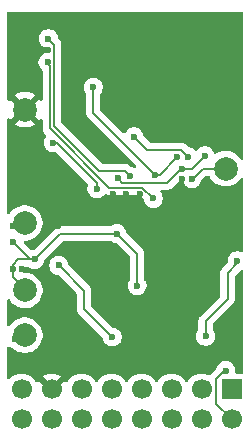
<source format=gbr>
%TF.GenerationSoftware,KiCad,Pcbnew,9.0.2+1*%
%TF.CreationDate,2025-07-26T13:33:14+01:00*%
%TF.ProjectId,ORGNET,4f52474e-4554-42e6-9b69-6361645f7063,1*%
%TF.SameCoordinates,Original*%
%TF.FileFunction,Copper,L2,Bot*%
%TF.FilePolarity,Positive*%
%FSLAX46Y46*%
G04 Gerber Fmt 4.6, Leading zero omitted, Abs format (unit mm)*
G04 Created by KiCad (PCBNEW 9.0.2+1) date 2025-07-26 13:33:14*
%MOMM*%
%LPD*%
G01*
G04 APERTURE LIST*
%TA.AperFunction,ComponentPad*%
%ADD10R,1.700000X1.700000*%
%TD*%
%TA.AperFunction,ComponentPad*%
%ADD11C,1.700000*%
%TD*%
%TA.AperFunction,SMDPad,CuDef*%
%ADD12C,2.000000*%
%TD*%
%TA.AperFunction,ViaPad*%
%ADD13C,0.600000*%
%TD*%
%TA.AperFunction,Conductor*%
%ADD14C,0.200000*%
%TD*%
G04 APERTURE END LIST*
D10*
%TO.P,J1,1,Pin_1*%
%TO.N,SD1*%
X161540000Y-111200000D03*
D11*
%TO.P,J1,2,Pin_2*%
%TO.N,SD0*%
X161540000Y-113740000D03*
%TO.P,J1,3,Pin_3*%
%TO.N,SD3*%
X159000000Y-111200000D03*
%TO.P,J1,4,Pin_4*%
%TO.N,SD2*%
X159000000Y-113740000D03*
%TO.P,J1,5,Pin_5*%
%TO.N,SD5*%
X156460000Y-111200000D03*
%TO.P,J1,6,Pin_6*%
%TO.N,SD4*%
X156460000Y-113740000D03*
%TO.P,J1,7,Pin_7*%
%TO.N,SD7*%
X153920000Y-111200000D03*
%TO.P,J1,8,Pin_8*%
%TO.N,SD6*%
X153920000Y-113740000D03*
%TO.P,J1,9,Pin_9*%
%TO.N,SMR*%
X151380000Y-111200000D03*
%TO.P,J1,10,Pin_10*%
%TO.N,SCLK*%
X151380000Y-113740000D03*
%TO.P,J1,11,Pin_11*%
%TO.N,~{SOE}*%
X148840000Y-111200000D03*
%TO.P,J1,12,Pin_12*%
%TO.N,~{SS}*%
X148840000Y-113740000D03*
%TO.P,J1,13,Pin_13*%
%TO.N,GND*%
X146300000Y-111200000D03*
%TO.P,J1,14,Pin_14*%
%TO.N,~{SPGM}*%
X146300000Y-113740000D03*
%TO.P,J1,15,Pin_15*%
%TO.N,SVCC*%
X143760000Y-111200000D03*
%TO.P,J1,16,Pin_16*%
%TO.N,unconnected-(J1-Pin_16-Pad16)*%
X143760000Y-113740000D03*
%TD*%
D12*
%TO.P,TP4,1,1*%
%TO.N,Net-(U4-RUN)*%
X161040000Y-92500000D03*
%TD*%
%TO.P,TP2,1,1*%
%TO.N,+3V3*%
X144040000Y-102800000D03*
%TD*%
%TO.P,TP1,1,1*%
%TO.N,GND*%
X144040000Y-87500000D03*
%TD*%
%TO.P,TP5,1,1*%
%TO.N,Net-(U4-~{QSPI_CS})*%
X144040000Y-97100000D03*
%TD*%
%TO.P,TP3,1,1*%
%TO.N,SVCC*%
X144040000Y-106600000D03*
%TD*%
D13*
%TO.N,+3V3*%
X144857578Y-100189661D03*
X150140000Y-94212226D03*
X143000000Y-101000000D03*
X146440000Y-90303000D03*
X159290000Y-91400000D03*
X143000000Y-98700000D03*
X151900000Y-93329998D03*
X153540000Y-102400000D03*
X157340000Y-92525000D03*
X151840000Y-98000000D03*
%TO.N,SVCC*%
X143165000Y-106900000D03*
%TO.N,GND*%
X158191000Y-94425000D03*
X148040000Y-79500000D03*
X146390000Y-102400000D03*
X146390000Y-108125000D03*
X146871250Y-97330000D03*
X143815000Y-101000000D03*
X143200000Y-108900000D03*
X157340000Y-93340000D03*
X151475000Y-96625000D03*
X155040000Y-102400000D03*
X143990000Y-104700000D03*
X151475000Y-95525000D03*
X145990000Y-82500000D03*
X153750000Y-94650000D03*
X161540000Y-79500000D03*
X161540000Y-96900000D03*
X143292500Y-90200000D03*
X152610000Y-94655000D03*
X159300000Y-98500000D03*
X147150000Y-99500000D03*
X154790000Y-89800000D03*
X159840000Y-94700000D03*
X153750000Y-96625000D03*
X152610000Y-96630000D03*
X151475000Y-94650000D03*
X153750000Y-95525000D03*
X155040000Y-108125000D03*
X148040000Y-84000000D03*
X148040000Y-88500000D03*
X161540000Y-88500000D03*
X152610000Y-95530000D03*
%TO.N,Net-(U4-~{QSPI_CS})*%
X143061250Y-97330000D03*
%TO.N,RM_DATA*%
X155040000Y-93000000D03*
X149840000Y-85600000D03*
X156940000Y-91500000D03*
%TO.N,Net-(U6-nIRQ)*%
X153290000Y-89800000D03*
X157840000Y-91500000D03*
%TO.N,SD0*%
X161040000Y-109600000D03*
%TO.N,~{OE}*%
X162040000Y-100300000D03*
X146915000Y-100700000D03*
X151440000Y-106759200D03*
X159340000Y-106700000D03*
%TO.N,Net-(U4-RUN)*%
X158191000Y-93340000D03*
%TO.N,DBG_SWCLK*%
X145990000Y-83500000D03*
X154915735Y-95024265D03*
%TO.N,DBG_SWDIO*%
X152943910Y-93156090D03*
X146040000Y-81500000D03*
%TD*%
D14*
%TO.N,+3V3*%
X156082967Y-93707090D02*
X157265057Y-92525000D01*
X152277092Y-93707090D02*
X156082967Y-93707090D01*
X143720000Y-99420000D02*
X143000000Y-98700000D01*
X153540000Y-102400000D02*
X153540000Y-99700000D01*
X153540000Y-99700000D02*
X151840000Y-98000000D01*
X147047239Y-98000000D02*
X151840000Y-98000000D01*
X143000000Y-101660000D02*
X143940000Y-102600000D01*
X143430339Y-100189661D02*
X144489661Y-100189661D01*
X144857578Y-100189661D02*
X144489661Y-100189661D01*
X144857578Y-100189661D02*
X147047239Y-98000000D01*
X143940000Y-102600000D02*
X143940000Y-102800000D01*
X158190000Y-92500000D02*
X159290000Y-91400000D01*
X151900000Y-93329998D02*
X152277092Y-93707090D01*
X157340000Y-92525000D02*
X157365000Y-92500000D01*
X150140000Y-94212226D02*
X150140000Y-93700000D01*
X146743000Y-90303000D02*
X146440000Y-90303000D01*
X143000000Y-100620000D02*
X143430339Y-100189661D01*
X144489661Y-100189661D02*
X143720000Y-99420000D01*
X157265057Y-92525000D02*
X157340000Y-92525000D01*
X143000000Y-101000000D02*
X143000000Y-101660000D01*
X150140000Y-93700000D02*
X146743000Y-90303000D01*
X157365000Y-92500000D02*
X158190000Y-92500000D01*
X143000000Y-101000000D02*
X143000000Y-100620000D01*
%TO.N,RM_DATA*%
X149840000Y-87800000D02*
X155040000Y-93000000D01*
X155440000Y-93000000D02*
X156940000Y-91500000D01*
X155040000Y-93000000D02*
X155440000Y-93000000D01*
X149840000Y-85600000D02*
X149840000Y-87800000D01*
%TO.N,Net-(U6-nIRQ)*%
X157240000Y-90900000D02*
X154390000Y-90900000D01*
X157840000Y-91500000D02*
X157240000Y-90900000D01*
X154390000Y-90900000D02*
X153290000Y-89800000D01*
%TO.N,SD0*%
X160240000Y-112440000D02*
X161540000Y-113740000D01*
X160940000Y-109600000D02*
X160240000Y-110300000D01*
X161040000Y-109600000D02*
X160940000Y-109600000D01*
X160240000Y-110300000D02*
X160240000Y-112440000D01*
%TO.N,~{OE}*%
X151413170Y-106759200D02*
X149040000Y-104386030D01*
X159341000Y-105399000D02*
X161197500Y-103542500D01*
X159340000Y-106700000D02*
X159341000Y-106699000D01*
X161197500Y-101342500D02*
X162040000Y-100500000D01*
X162040000Y-100500000D02*
X162040000Y-100300000D01*
X149040000Y-102825000D02*
X146915000Y-100700000D01*
X159341000Y-106699000D02*
X159341000Y-105399000D01*
X151440000Y-106759200D02*
X151413170Y-106759200D01*
X161197500Y-103542500D02*
X161197500Y-101342500D01*
X149040000Y-104386030D02*
X149040000Y-102825000D01*
%TO.N,Net-(U4-RUN)*%
X158240000Y-93340000D02*
X159080000Y-92500000D01*
X159080000Y-92500000D02*
X161040000Y-92500000D01*
X158191000Y-93340000D02*
X158240000Y-93340000D01*
%TO.N,DBG_SWCLK*%
X151140000Y-94100000D02*
X153991470Y-94100000D01*
X145990000Y-83500000D02*
X145990000Y-83625000D01*
X146139000Y-89099000D02*
X151140000Y-94100000D01*
X145990000Y-83625000D02*
X146139000Y-83774000D01*
X153991470Y-94100000D02*
X154915735Y-95024265D01*
X146139000Y-83774000D02*
X146139000Y-89099000D01*
%TO.N,DBG_SWDIO*%
X146540000Y-82000000D02*
X146540000Y-88900000D01*
X146040000Y-81500000D02*
X146540000Y-82000000D01*
X152500000Y-92700000D02*
X152943910Y-93143910D01*
X152943910Y-93143910D02*
X152943910Y-93156090D01*
X146540000Y-88900000D02*
X150340000Y-92700000D01*
X150340000Y-92700000D02*
X152500000Y-92700000D01*
%TD*%
%TA.AperFunction,Conductor*%
%TO.N,GND*%
G36*
X162482539Y-79219685D02*
G01*
X162528294Y-79272489D01*
X162539500Y-79324000D01*
X162539500Y-91629448D01*
X162519815Y-91696487D01*
X162467011Y-91742242D01*
X162397853Y-91752186D01*
X162334297Y-91723161D01*
X162315182Y-91702334D01*
X162271453Y-91642147D01*
X162184517Y-91522490D01*
X162017510Y-91355483D01*
X161826433Y-91216657D01*
X161751342Y-91178396D01*
X161615996Y-91109433D01*
X161391368Y-91036446D01*
X161158097Y-90999500D01*
X161158092Y-90999500D01*
X160921908Y-90999500D01*
X160921903Y-90999500D01*
X160688631Y-91036446D01*
X160464003Y-91109433D01*
X160253564Y-91216658D01*
X160247795Y-91220850D01*
X160181989Y-91244329D01*
X160113935Y-91228503D01*
X160065241Y-91178396D01*
X160060350Y-91167983D01*
X159999397Y-91020827D01*
X159999390Y-91020814D01*
X159911789Y-90889711D01*
X159911786Y-90889707D01*
X159800292Y-90778213D01*
X159800288Y-90778210D01*
X159669185Y-90690609D01*
X159669172Y-90690602D01*
X159523501Y-90630264D01*
X159523489Y-90630261D01*
X159368845Y-90599500D01*
X159368842Y-90599500D01*
X159211158Y-90599500D01*
X159211155Y-90599500D01*
X159056510Y-90630261D01*
X159056498Y-90630264D01*
X158910827Y-90690602D01*
X158910814Y-90690609D01*
X158779711Y-90778210D01*
X158779707Y-90778213D01*
X158668213Y-90889707D01*
X158668208Y-90889714D01*
X158629417Y-90947767D01*
X158575804Y-90992572D01*
X158506479Y-91001278D01*
X158443452Y-90971122D01*
X158438635Y-90966556D01*
X158350292Y-90878213D01*
X158350288Y-90878210D01*
X158219185Y-90790609D01*
X158219172Y-90790602D01*
X158073501Y-90730264D01*
X158073491Y-90730261D01*
X157918149Y-90699361D01*
X157901392Y-90690595D01*
X157882914Y-90686576D01*
X157857877Y-90667833D01*
X157856238Y-90666976D01*
X157854660Y-90665425D01*
X157727590Y-90538355D01*
X157727588Y-90538352D01*
X157608717Y-90419481D01*
X157608709Y-90419475D01*
X157517938Y-90367069D01*
X157517937Y-90367069D01*
X157471785Y-90340423D01*
X157319057Y-90299499D01*
X157160943Y-90299499D01*
X157153347Y-90299499D01*
X157153331Y-90299500D01*
X154690097Y-90299500D01*
X154623058Y-90279815D01*
X154602416Y-90263181D01*
X154124574Y-89785339D01*
X154091089Y-89724016D01*
X154090638Y-89721849D01*
X154070442Y-89620322D01*
X154059737Y-89566503D01*
X154039292Y-89517144D01*
X153999397Y-89420827D01*
X153999390Y-89420814D01*
X153911789Y-89289711D01*
X153911786Y-89289707D01*
X153800292Y-89178213D01*
X153800288Y-89178210D01*
X153669185Y-89090609D01*
X153669172Y-89090602D01*
X153523501Y-89030264D01*
X153523489Y-89030261D01*
X153368845Y-88999500D01*
X153368842Y-88999500D01*
X153211158Y-88999500D01*
X153211155Y-88999500D01*
X153056510Y-89030261D01*
X153056498Y-89030264D01*
X152910827Y-89090602D01*
X152910814Y-89090609D01*
X152779711Y-89178210D01*
X152779707Y-89178213D01*
X152668213Y-89289707D01*
X152668210Y-89289711D01*
X152580609Y-89420814D01*
X152580603Y-89420826D01*
X152572380Y-89440678D01*
X152528538Y-89495081D01*
X152462243Y-89517144D01*
X152394544Y-89499864D01*
X152370139Y-89480904D01*
X150476819Y-87587583D01*
X150443334Y-87526260D01*
X150440500Y-87499902D01*
X150440500Y-86179765D01*
X150460185Y-86112726D01*
X150461398Y-86110874D01*
X150549390Y-85979185D01*
X150549390Y-85979184D01*
X150549394Y-85979179D01*
X150609737Y-85833497D01*
X150640500Y-85678842D01*
X150640500Y-85521158D01*
X150640500Y-85521155D01*
X150640499Y-85521153D01*
X150609738Y-85366510D01*
X150609737Y-85366503D01*
X150609735Y-85366498D01*
X150549397Y-85220827D01*
X150549390Y-85220814D01*
X150461789Y-85089711D01*
X150461786Y-85089707D01*
X150350292Y-84978213D01*
X150350288Y-84978210D01*
X150219185Y-84890609D01*
X150219172Y-84890602D01*
X150073501Y-84830264D01*
X150073489Y-84830261D01*
X149918845Y-84799500D01*
X149918842Y-84799500D01*
X149761158Y-84799500D01*
X149761155Y-84799500D01*
X149606510Y-84830261D01*
X149606498Y-84830264D01*
X149460827Y-84890602D01*
X149460814Y-84890609D01*
X149329711Y-84978210D01*
X149329707Y-84978213D01*
X149218213Y-85089707D01*
X149218210Y-85089711D01*
X149130609Y-85220814D01*
X149130602Y-85220827D01*
X149070264Y-85366498D01*
X149070261Y-85366510D01*
X149039500Y-85521153D01*
X149039500Y-85678846D01*
X149070261Y-85833489D01*
X149070264Y-85833501D01*
X149130602Y-85979172D01*
X149130609Y-85979185D01*
X149218602Y-86110874D01*
X149239480Y-86177551D01*
X149239500Y-86179765D01*
X149239500Y-87713330D01*
X149239499Y-87713348D01*
X149239499Y-87879054D01*
X149239498Y-87879054D01*
X149280423Y-88031785D01*
X149309358Y-88081900D01*
X149309359Y-88081904D01*
X149309360Y-88081904D01*
X149359479Y-88168714D01*
X149359481Y-88168717D01*
X149478349Y-88287585D01*
X149478355Y-88287590D01*
X153418952Y-92228187D01*
X153452437Y-92289510D01*
X153447453Y-92359202D01*
X153405581Y-92415135D01*
X153340117Y-92439552D01*
X153283819Y-92430429D01*
X153177411Y-92386354D01*
X153177401Y-92386351D01*
X153037265Y-92358476D01*
X152975354Y-92326091D01*
X152973776Y-92324540D01*
X152868717Y-92219481D01*
X152868716Y-92219480D01*
X152781904Y-92169360D01*
X152781904Y-92169359D01*
X152781900Y-92169358D01*
X152731785Y-92140423D01*
X152579057Y-92099499D01*
X152420943Y-92099499D01*
X152413347Y-92099499D01*
X152413331Y-92099500D01*
X150640098Y-92099500D01*
X150573059Y-92079815D01*
X150552417Y-92063181D01*
X147176819Y-88687583D01*
X147143334Y-88626260D01*
X147140500Y-88599902D01*
X147140500Y-82089060D01*
X147140501Y-82089047D01*
X147140501Y-81920944D01*
X147140501Y-81920943D01*
X147099577Y-81768216D01*
X147099573Y-81768209D01*
X147020524Y-81631290D01*
X147020518Y-81631282D01*
X146874573Y-81485337D01*
X146841088Y-81424014D01*
X146840637Y-81421847D01*
X146809738Y-81266510D01*
X146809737Y-81266503D01*
X146809735Y-81266498D01*
X146749397Y-81120827D01*
X146749390Y-81120814D01*
X146661789Y-80989711D01*
X146661786Y-80989707D01*
X146550292Y-80878213D01*
X146550288Y-80878210D01*
X146419185Y-80790609D01*
X146419172Y-80790602D01*
X146273501Y-80730264D01*
X146273489Y-80730261D01*
X146118845Y-80699500D01*
X146118842Y-80699500D01*
X145961158Y-80699500D01*
X145961155Y-80699500D01*
X145806510Y-80730261D01*
X145806498Y-80730264D01*
X145660827Y-80790602D01*
X145660814Y-80790609D01*
X145529711Y-80878210D01*
X145529707Y-80878213D01*
X145418213Y-80989707D01*
X145418210Y-80989711D01*
X145330609Y-81120814D01*
X145330602Y-81120827D01*
X145270264Y-81266498D01*
X145270261Y-81266510D01*
X145239500Y-81421153D01*
X145239500Y-81578846D01*
X145270261Y-81733489D01*
X145270264Y-81733501D01*
X145330602Y-81879172D01*
X145330609Y-81879185D01*
X145418210Y-82010288D01*
X145418213Y-82010292D01*
X145529707Y-82121786D01*
X145529711Y-82121789D01*
X145660814Y-82209390D01*
X145660827Y-82209397D01*
X145748230Y-82245599D01*
X145806503Y-82269737D01*
X145839691Y-82276338D01*
X145867820Y-82291051D01*
X145896703Y-82304242D01*
X145898559Y-82307130D01*
X145901600Y-82308721D01*
X145917309Y-82336306D01*
X145934477Y-82363020D01*
X145935137Y-82367611D01*
X145936176Y-82369436D01*
X145939500Y-82397955D01*
X145939500Y-82592098D01*
X145919815Y-82659137D01*
X145867011Y-82704892D01*
X145839692Y-82713715D01*
X145756508Y-82730261D01*
X145756498Y-82730264D01*
X145610827Y-82790602D01*
X145610814Y-82790609D01*
X145479711Y-82878210D01*
X145479707Y-82878213D01*
X145368213Y-82989707D01*
X145368210Y-82989711D01*
X145280609Y-83120814D01*
X145280602Y-83120827D01*
X145220264Y-83266498D01*
X145220261Y-83266510D01*
X145189500Y-83421153D01*
X145189500Y-83578846D01*
X145220261Y-83733489D01*
X145220264Y-83733501D01*
X145280602Y-83879172D01*
X145280609Y-83879185D01*
X145368210Y-84010288D01*
X145368213Y-84010292D01*
X145479708Y-84121787D01*
X145479711Y-84121789D01*
X145483386Y-84124245D01*
X145528194Y-84177854D01*
X145538500Y-84227349D01*
X145538500Y-86628923D01*
X145518815Y-86695962D01*
X145466011Y-86741717D01*
X145396853Y-86751661D01*
X145333297Y-86722636D01*
X145314182Y-86701809D01*
X145262658Y-86630894D01*
X145262658Y-86630893D01*
X144393554Y-87499999D01*
X144393554Y-87500001D01*
X145262658Y-88369105D01*
X145262659Y-88369104D01*
X145314182Y-88298190D01*
X145369512Y-88255524D01*
X145439125Y-88249545D01*
X145500920Y-88282151D01*
X145535277Y-88342989D01*
X145538500Y-88371075D01*
X145538500Y-89012330D01*
X145538499Y-89012348D01*
X145538499Y-89178054D01*
X145538498Y-89178054D01*
X145538499Y-89178057D01*
X145579423Y-89330785D01*
X145608138Y-89380520D01*
X145631409Y-89420827D01*
X145658479Y-89467714D01*
X145658481Y-89467717D01*
X145777349Y-89586585D01*
X145777355Y-89586590D01*
X145813235Y-89622470D01*
X145846720Y-89683793D01*
X145841736Y-89753485D01*
X145821408Y-89788815D01*
X145818210Y-89792711D01*
X145730609Y-89923814D01*
X145730602Y-89923827D01*
X145670264Y-90069498D01*
X145670261Y-90069510D01*
X145639500Y-90224153D01*
X145639500Y-90381846D01*
X145670261Y-90536489D01*
X145670264Y-90536501D01*
X145730602Y-90682172D01*
X145730609Y-90682185D01*
X145818210Y-90813288D01*
X145818213Y-90813292D01*
X145929707Y-90924786D01*
X145929711Y-90924789D01*
X146060814Y-91012390D01*
X146060827Y-91012397D01*
X146206498Y-91072735D01*
X146206503Y-91072737D01*
X146361153Y-91103499D01*
X146361156Y-91103500D01*
X146361158Y-91103500D01*
X146518842Y-91103500D01*
X146600155Y-91087325D01*
X146669743Y-91093551D01*
X146712026Y-91121261D01*
X149370029Y-93779264D01*
X149403514Y-93840587D01*
X149398530Y-93910279D01*
X149396910Y-93914396D01*
X149370262Y-93978732D01*
X149370260Y-93978737D01*
X149339500Y-94133379D01*
X149339500Y-94291072D01*
X149370261Y-94445715D01*
X149370264Y-94445727D01*
X149430602Y-94591398D01*
X149430609Y-94591411D01*
X149518210Y-94722514D01*
X149518213Y-94722518D01*
X149629707Y-94834012D01*
X149629711Y-94834015D01*
X149760814Y-94921616D01*
X149760827Y-94921623D01*
X149906498Y-94981961D01*
X149906503Y-94981963D01*
X150061153Y-95012725D01*
X150061156Y-95012726D01*
X150061158Y-95012726D01*
X150218844Y-95012726D01*
X150218845Y-95012725D01*
X150373497Y-94981963D01*
X150519179Y-94921620D01*
X150650289Y-94834015D01*
X150761789Y-94722515D01*
X150770324Y-94709741D01*
X150823933Y-94664936D01*
X150893257Y-94656226D01*
X150905521Y-94658855D01*
X150908214Y-94659576D01*
X150908215Y-94659577D01*
X151060943Y-94700501D01*
X151060946Y-94700501D01*
X151226653Y-94700501D01*
X151226669Y-94700500D01*
X153691373Y-94700500D01*
X153758412Y-94720185D01*
X153779054Y-94736819D01*
X154081160Y-95038925D01*
X154114645Y-95100248D01*
X154115096Y-95102414D01*
X154145996Y-95257756D01*
X154145999Y-95257766D01*
X154206337Y-95403437D01*
X154206344Y-95403450D01*
X154293945Y-95534553D01*
X154293948Y-95534557D01*
X154405442Y-95646051D01*
X154405446Y-95646054D01*
X154536549Y-95733655D01*
X154536562Y-95733662D01*
X154682233Y-95794000D01*
X154682238Y-95794002D01*
X154796132Y-95816657D01*
X154836888Y-95824764D01*
X154836891Y-95824765D01*
X154836893Y-95824765D01*
X154994579Y-95824765D01*
X154994580Y-95824764D01*
X155149232Y-95794002D01*
X155294914Y-95733659D01*
X155426024Y-95646054D01*
X155537524Y-95534554D01*
X155625129Y-95403444D01*
X155685472Y-95257762D01*
X155716235Y-95103107D01*
X155716235Y-94945423D01*
X155716235Y-94945420D01*
X155716234Y-94945418D01*
X155685473Y-94790775D01*
X155685472Y-94790768D01*
X155657201Y-94722515D01*
X155625132Y-94645092D01*
X155625125Y-94645079D01*
X155537524Y-94513976D01*
X155534469Y-94510253D01*
X155507157Y-94445942D01*
X155518950Y-94377075D01*
X155566104Y-94325516D01*
X155630324Y-94307590D01*
X155996298Y-94307590D01*
X155996314Y-94307591D01*
X156003910Y-94307591D01*
X156162021Y-94307591D01*
X156162024Y-94307591D01*
X156314752Y-94266667D01*
X156389060Y-94223765D01*
X156451683Y-94187610D01*
X156563487Y-94075806D01*
X156563487Y-94075804D01*
X156573691Y-94065601D01*
X156573694Y-94065596D01*
X157198248Y-93441044D01*
X157259570Y-93407560D01*
X157329262Y-93412544D01*
X157385195Y-93454416D01*
X157407545Y-93504535D01*
X157421261Y-93573489D01*
X157421264Y-93573501D01*
X157481602Y-93719172D01*
X157481609Y-93719185D01*
X157569210Y-93850288D01*
X157569213Y-93850292D01*
X157680707Y-93961786D01*
X157680711Y-93961789D01*
X157811814Y-94049390D01*
X157811827Y-94049397D01*
X157957498Y-94109735D01*
X157957503Y-94109737D01*
X158076359Y-94133379D01*
X158112153Y-94140499D01*
X158112156Y-94140500D01*
X158112158Y-94140500D01*
X158269844Y-94140500D01*
X158269845Y-94140499D01*
X158424497Y-94109737D01*
X158570179Y-94049394D01*
X158701289Y-93961789D01*
X158812789Y-93850289D01*
X158900394Y-93719179D01*
X158960737Y-93573497D01*
X158979470Y-93479315D01*
X159011852Y-93417408D01*
X159013289Y-93415944D01*
X159292417Y-93136816D01*
X159319349Y-93122111D01*
X159345162Y-93105523D01*
X159351362Y-93104631D01*
X159353739Y-93103334D01*
X159380097Y-93100500D01*
X159585932Y-93100500D01*
X159652971Y-93120185D01*
X159696416Y-93168203D01*
X159756657Y-93286433D01*
X159895483Y-93477510D01*
X160062490Y-93644517D01*
X160253567Y-93783343D01*
X160352991Y-93834002D01*
X160464003Y-93890566D01*
X160464005Y-93890566D01*
X160464008Y-93890568D01*
X160537343Y-93914396D01*
X160688631Y-93963553D01*
X160921903Y-94000500D01*
X160921908Y-94000500D01*
X161158097Y-94000500D01*
X161391368Y-93963553D01*
X161396806Y-93961786D01*
X161615992Y-93890568D01*
X161826433Y-93783343D01*
X162017510Y-93644517D01*
X162184517Y-93477510D01*
X162315183Y-93297664D01*
X162370512Y-93255000D01*
X162440126Y-93249021D01*
X162501920Y-93281627D01*
X162536278Y-93342466D01*
X162539500Y-93370551D01*
X162539500Y-99454865D01*
X162519815Y-99521904D01*
X162467011Y-99567659D01*
X162397853Y-99577603D01*
X162368048Y-99569427D01*
X162349398Y-99561702D01*
X162273497Y-99530263D01*
X162273494Y-99530262D01*
X162273491Y-99530261D01*
X162118845Y-99499500D01*
X162118842Y-99499500D01*
X161961158Y-99499500D01*
X161961155Y-99499500D01*
X161806510Y-99530261D01*
X161806498Y-99530264D01*
X161660827Y-99590602D01*
X161660814Y-99590609D01*
X161529711Y-99678210D01*
X161529707Y-99678213D01*
X161418213Y-99789707D01*
X161418210Y-99789711D01*
X161330609Y-99920814D01*
X161330602Y-99920827D01*
X161270264Y-100066498D01*
X161270261Y-100066510D01*
X161239500Y-100221153D01*
X161239500Y-100378842D01*
X161240097Y-100384904D01*
X161237624Y-100385147D01*
X161232328Y-100443907D01*
X161204648Y-100486115D01*
X160831621Y-100859142D01*
X160831613Y-100859150D01*
X160828786Y-100861978D01*
X160828784Y-100861980D01*
X160716980Y-100973784D01*
X160696421Y-101009394D01*
X160690289Y-101020014D01*
X160690288Y-101020016D01*
X160656325Y-101078842D01*
X160637923Y-101110715D01*
X160596999Y-101263443D01*
X160596999Y-101263445D01*
X160596999Y-101431546D01*
X160597000Y-101431559D01*
X160597000Y-103242402D01*
X160577315Y-103309441D01*
X160560681Y-103330083D01*
X158860481Y-105030282D01*
X158860480Y-105030284D01*
X158820519Y-105099500D01*
X158810361Y-105117094D01*
X158810359Y-105117096D01*
X158781425Y-105167209D01*
X158781424Y-105167210D01*
X158765544Y-105226472D01*
X158740499Y-105319943D01*
X158740499Y-105319945D01*
X158740499Y-105488046D01*
X158740500Y-105488059D01*
X158740500Y-106118737D01*
X158720815Y-106185776D01*
X158719602Y-106187628D01*
X158630609Y-106320814D01*
X158630602Y-106320827D01*
X158570264Y-106466498D01*
X158570261Y-106466510D01*
X158539500Y-106621153D01*
X158539500Y-106778846D01*
X158570261Y-106933489D01*
X158570264Y-106933501D01*
X158630602Y-107079172D01*
X158630609Y-107079185D01*
X158718210Y-107210288D01*
X158718213Y-107210292D01*
X158829707Y-107321786D01*
X158829711Y-107321789D01*
X158960814Y-107409390D01*
X158960827Y-107409397D01*
X159103751Y-107468597D01*
X159106503Y-107469737D01*
X159261153Y-107500499D01*
X159261156Y-107500500D01*
X159261158Y-107500500D01*
X159418844Y-107500500D01*
X159418845Y-107500499D01*
X159573497Y-107469737D01*
X159719179Y-107409394D01*
X159850289Y-107321789D01*
X159961789Y-107210289D01*
X160049394Y-107079179D01*
X160109737Y-106933497D01*
X160140500Y-106778842D01*
X160140500Y-106621158D01*
X160140500Y-106621155D01*
X160140499Y-106621153D01*
X160121514Y-106525710D01*
X160109737Y-106466503D01*
X160109735Y-106466498D01*
X160049397Y-106320827D01*
X160049390Y-106320814D01*
X159962398Y-106190621D01*
X159941520Y-106123943D01*
X159941500Y-106121730D01*
X159941500Y-105699096D01*
X159961185Y-105632057D01*
X159977814Y-105611420D01*
X161556006Y-104033227D01*
X161556011Y-104033224D01*
X161566214Y-104023020D01*
X161566216Y-104023020D01*
X161678020Y-103911216D01*
X161757077Y-103774284D01*
X161798000Y-103621557D01*
X161798000Y-101642596D01*
X161817685Y-101575557D01*
X161834315Y-101554919D01*
X162327819Y-101061414D01*
X162389142Y-101027930D01*
X162458834Y-101032914D01*
X162514767Y-101074786D01*
X162539184Y-101140250D01*
X162539500Y-101149096D01*
X162539500Y-109725500D01*
X162519815Y-109792539D01*
X162467011Y-109838294D01*
X162415500Y-109849500D01*
X161957649Y-109849500D01*
X161890610Y-109829815D01*
X161844855Y-109777011D01*
X161834911Y-109707853D01*
X161836031Y-109701310D01*
X161840500Y-109678841D01*
X161840500Y-109521155D01*
X161840499Y-109521153D01*
X161809738Y-109366510D01*
X161809737Y-109366503D01*
X161809735Y-109366498D01*
X161749397Y-109220827D01*
X161749390Y-109220814D01*
X161661789Y-109089711D01*
X161661786Y-109089707D01*
X161550292Y-108978213D01*
X161550288Y-108978210D01*
X161419185Y-108890609D01*
X161419172Y-108890602D01*
X161273501Y-108830264D01*
X161273489Y-108830261D01*
X161118845Y-108799500D01*
X161118842Y-108799500D01*
X160961158Y-108799500D01*
X160961155Y-108799500D01*
X160806510Y-108830261D01*
X160806498Y-108830264D01*
X160660827Y-108890602D01*
X160660814Y-108890609D01*
X160529711Y-108978210D01*
X160529707Y-108978213D01*
X160418213Y-109089707D01*
X160418210Y-109089711D01*
X160330609Y-109220814D01*
X160330602Y-109220827D01*
X160270263Y-109366500D01*
X160270261Y-109366507D01*
X160264192Y-109397019D01*
X160231806Y-109458930D01*
X160230256Y-109460507D01*
X159872636Y-109818127D01*
X159872620Y-109818143D01*
X159871286Y-109819478D01*
X159871284Y-109819480D01*
X159759480Y-109931284D01*
X159748678Y-109949992D01*
X159738825Y-109960475D01*
X159720593Y-109971174D01*
X159705292Y-109985763D01*
X159691063Y-109988504D01*
X159678566Y-109995839D01*
X159657442Y-109994983D01*
X159636684Y-109998983D01*
X159617361Y-109993358D01*
X159608754Y-109993010D01*
X159603498Y-109989323D01*
X159592183Y-109986030D01*
X159518417Y-109948445D01*
X159518414Y-109948444D01*
X159518412Y-109948443D01*
X159316243Y-109882754D01*
X159316241Y-109882753D01*
X159316240Y-109882753D01*
X159154957Y-109857208D01*
X159106287Y-109849500D01*
X158893713Y-109849500D01*
X158845042Y-109857208D01*
X158683760Y-109882753D01*
X158481585Y-109948444D01*
X158292179Y-110044951D01*
X158120213Y-110169890D01*
X157969890Y-110320213D01*
X157844949Y-110492182D01*
X157840484Y-110500946D01*
X157792509Y-110551742D01*
X157724688Y-110568536D01*
X157658553Y-110545998D01*
X157619516Y-110500946D01*
X157615050Y-110492182D01*
X157490109Y-110320213D01*
X157339786Y-110169890D01*
X157167820Y-110044951D01*
X156978414Y-109948444D01*
X156978413Y-109948443D01*
X156978412Y-109948443D01*
X156776243Y-109882754D01*
X156776241Y-109882753D01*
X156776240Y-109882753D01*
X156614957Y-109857208D01*
X156566287Y-109849500D01*
X156353713Y-109849500D01*
X156305042Y-109857208D01*
X156143760Y-109882753D01*
X155941585Y-109948444D01*
X155752179Y-110044951D01*
X155580213Y-110169890D01*
X155429890Y-110320213D01*
X155304949Y-110492182D01*
X155300484Y-110500946D01*
X155252509Y-110551742D01*
X155184688Y-110568536D01*
X155118553Y-110545998D01*
X155079516Y-110500946D01*
X155075050Y-110492182D01*
X154950109Y-110320213D01*
X154799786Y-110169890D01*
X154627820Y-110044951D01*
X154438414Y-109948444D01*
X154438413Y-109948443D01*
X154438412Y-109948443D01*
X154236243Y-109882754D01*
X154236241Y-109882753D01*
X154236240Y-109882753D01*
X154074957Y-109857208D01*
X154026287Y-109849500D01*
X153813713Y-109849500D01*
X153765042Y-109857208D01*
X153603760Y-109882753D01*
X153401585Y-109948444D01*
X153212179Y-110044951D01*
X153040213Y-110169890D01*
X152889890Y-110320213D01*
X152764949Y-110492182D01*
X152760484Y-110500946D01*
X152712509Y-110551742D01*
X152644688Y-110568536D01*
X152578553Y-110545998D01*
X152539516Y-110500946D01*
X152535050Y-110492182D01*
X152410109Y-110320213D01*
X152259786Y-110169890D01*
X152087820Y-110044951D01*
X151898414Y-109948444D01*
X151898413Y-109948443D01*
X151898412Y-109948443D01*
X151696243Y-109882754D01*
X151696241Y-109882753D01*
X151696240Y-109882753D01*
X151534957Y-109857208D01*
X151486287Y-109849500D01*
X151273713Y-109849500D01*
X151225042Y-109857208D01*
X151063760Y-109882753D01*
X150861585Y-109948444D01*
X150672179Y-110044951D01*
X150500213Y-110169890D01*
X150349890Y-110320213D01*
X150224949Y-110492182D01*
X150220484Y-110500946D01*
X150172509Y-110551742D01*
X150104688Y-110568536D01*
X150038553Y-110545998D01*
X149999516Y-110500946D01*
X149995050Y-110492182D01*
X149870109Y-110320213D01*
X149719786Y-110169890D01*
X149547820Y-110044951D01*
X149358414Y-109948444D01*
X149358413Y-109948443D01*
X149358412Y-109948443D01*
X149156243Y-109882754D01*
X149156241Y-109882753D01*
X149156240Y-109882753D01*
X148994957Y-109857208D01*
X148946287Y-109849500D01*
X148733713Y-109849500D01*
X148685042Y-109857208D01*
X148523760Y-109882753D01*
X148321585Y-109948444D01*
X148132179Y-110044951D01*
X147960213Y-110169890D01*
X147809890Y-110320213D01*
X147684949Y-110492182D01*
X147680202Y-110501499D01*
X147632227Y-110552293D01*
X147564405Y-110569087D01*
X147498271Y-110546548D01*
X147459234Y-110501495D01*
X147454626Y-110492452D01*
X147415270Y-110438282D01*
X147415269Y-110438282D01*
X146782962Y-111070589D01*
X146765925Y-111007007D01*
X146700099Y-110892993D01*
X146607007Y-110799901D01*
X146492993Y-110734075D01*
X146429409Y-110717037D01*
X147061716Y-110084728D01*
X147007550Y-110045375D01*
X146818217Y-109948904D01*
X146616129Y-109883242D01*
X146406246Y-109850000D01*
X146193754Y-109850000D01*
X145983872Y-109883242D01*
X145983869Y-109883242D01*
X145781782Y-109948904D01*
X145592439Y-110045380D01*
X145538282Y-110084727D01*
X145538282Y-110084728D01*
X146170591Y-110717037D01*
X146107007Y-110734075D01*
X145992993Y-110799901D01*
X145899901Y-110892993D01*
X145834075Y-111007007D01*
X145817037Y-111070591D01*
X145184728Y-110438282D01*
X145184727Y-110438282D01*
X145145380Y-110492440D01*
X145145376Y-110492446D01*
X145140760Y-110501505D01*
X145092781Y-110552297D01*
X145024959Y-110569087D01*
X144958826Y-110546543D01*
X144919794Y-110501493D01*
X144915051Y-110492184D01*
X144915049Y-110492181D01*
X144915048Y-110492179D01*
X144790109Y-110320213D01*
X144639786Y-110169890D01*
X144467820Y-110044951D01*
X144278414Y-109948444D01*
X144278413Y-109948443D01*
X144278412Y-109948443D01*
X144076243Y-109882754D01*
X144076241Y-109882753D01*
X144076240Y-109882753D01*
X143914957Y-109857208D01*
X143866287Y-109849500D01*
X143653713Y-109849500D01*
X143605042Y-109857208D01*
X143443760Y-109882753D01*
X143241585Y-109948444D01*
X143052179Y-110044951D01*
X142880213Y-110169890D01*
X142880209Y-110169894D01*
X142752181Y-110297923D01*
X142690858Y-110331408D01*
X142621166Y-110326424D01*
X142565233Y-110284552D01*
X142540816Y-110219088D01*
X142540500Y-110210242D01*
X142540500Y-107677463D01*
X142560185Y-107610424D01*
X142612989Y-107564669D01*
X142682147Y-107554725D01*
X142733392Y-107574362D01*
X142785812Y-107609389D01*
X142785827Y-107609397D01*
X142873230Y-107645599D01*
X142931503Y-107669737D01*
X142964775Y-107676355D01*
X143026685Y-107708739D01*
X143028264Y-107710291D01*
X143062490Y-107744517D01*
X143253567Y-107883343D01*
X143352991Y-107934002D01*
X143464003Y-107990566D01*
X143464005Y-107990566D01*
X143464008Y-107990568D01*
X143584412Y-108029689D01*
X143688631Y-108063553D01*
X143921903Y-108100500D01*
X143921908Y-108100500D01*
X144158097Y-108100500D01*
X144391368Y-108063553D01*
X144615992Y-107990568D01*
X144826433Y-107883343D01*
X145017510Y-107744517D01*
X145184517Y-107577510D01*
X145323343Y-107386433D01*
X145430568Y-107175992D01*
X145503553Y-106951368D01*
X145506383Y-106933501D01*
X145540500Y-106718097D01*
X145540500Y-106481902D01*
X145503553Y-106248631D01*
X145430566Y-106024003D01*
X145323342Y-105813566D01*
X145184517Y-105622490D01*
X145017510Y-105455483D01*
X144826433Y-105316657D01*
X144615996Y-105209433D01*
X144391368Y-105136446D01*
X144158097Y-105099500D01*
X144158092Y-105099500D01*
X143921908Y-105099500D01*
X143921903Y-105099500D01*
X143688631Y-105136446D01*
X143464003Y-105209433D01*
X143253566Y-105316657D01*
X143249041Y-105319945D01*
X143062490Y-105455483D01*
X143062488Y-105455485D01*
X143062487Y-105455485D01*
X142895485Y-105622487D01*
X142895485Y-105622488D01*
X142895483Y-105622490D01*
X142817773Y-105729448D01*
X142764818Y-105802334D01*
X142709488Y-105844999D01*
X142639874Y-105850978D01*
X142578079Y-105818372D01*
X142543722Y-105757533D01*
X142540500Y-105729448D01*
X142540500Y-103670551D01*
X142560185Y-103603512D01*
X142612989Y-103557757D01*
X142682147Y-103547813D01*
X142745703Y-103576838D01*
X142764815Y-103597662D01*
X142895483Y-103777510D01*
X143062490Y-103944517D01*
X143253567Y-104083343D01*
X143310381Y-104112291D01*
X143464003Y-104190566D01*
X143464005Y-104190566D01*
X143464008Y-104190568D01*
X143584412Y-104229689D01*
X143688631Y-104263553D01*
X143921903Y-104300500D01*
X143921908Y-104300500D01*
X144158097Y-104300500D01*
X144391368Y-104263553D01*
X144615992Y-104190568D01*
X144826433Y-104083343D01*
X145017510Y-103944517D01*
X145184517Y-103777510D01*
X145323343Y-103586433D01*
X145430568Y-103375992D01*
X145503553Y-103151368D01*
X145521601Y-103037416D01*
X145540500Y-102918097D01*
X145540500Y-102681902D01*
X145503553Y-102448631D01*
X145430566Y-102224003D01*
X145327039Y-102020821D01*
X145323343Y-102013567D01*
X145184517Y-101822490D01*
X145017510Y-101655483D01*
X144826433Y-101516657D01*
X144794723Y-101500500D01*
X144615996Y-101409433D01*
X144391368Y-101336446D01*
X144158097Y-101299500D01*
X144158092Y-101299500D01*
X143921908Y-101299500D01*
X143921900Y-101299500D01*
X143917267Y-101299864D01*
X143848891Y-101285491D01*
X143799141Y-101236433D01*
X143783811Y-101168266D01*
X143785935Y-101152059D01*
X143800433Y-101079179D01*
X143800500Y-101078843D01*
X143800500Y-100915066D01*
X143803138Y-100915066D01*
X143814035Y-100857653D01*
X143862108Y-100806950D01*
X143924411Y-100790161D01*
X144277812Y-100790161D01*
X144344851Y-100809846D01*
X144346703Y-100811059D01*
X144478392Y-100899051D01*
X144478405Y-100899058D01*
X144624076Y-100959396D01*
X144624081Y-100959398D01*
X144778731Y-100990160D01*
X144778734Y-100990161D01*
X144778736Y-100990161D01*
X144936422Y-100990161D01*
X144936423Y-100990160D01*
X145091075Y-100959398D01*
X145236757Y-100899055D01*
X145367867Y-100811450D01*
X145479367Y-100699950D01*
X145532018Y-100621153D01*
X146114500Y-100621153D01*
X146114500Y-100778846D01*
X146145261Y-100933489D01*
X146145264Y-100933501D01*
X146205602Y-101079172D01*
X146205609Y-101079185D01*
X146293210Y-101210288D01*
X146293213Y-101210292D01*
X146404707Y-101321786D01*
X146404711Y-101321789D01*
X146535814Y-101409390D01*
X146535827Y-101409397D01*
X146589332Y-101431559D01*
X146681503Y-101469737D01*
X146746147Y-101482595D01*
X146836849Y-101500638D01*
X146898760Y-101533023D01*
X146900339Y-101534574D01*
X148403181Y-103037416D01*
X148436666Y-103098739D01*
X148439500Y-103125097D01*
X148439500Y-104299360D01*
X148439499Y-104299378D01*
X148439499Y-104465084D01*
X148439498Y-104465084D01*
X148480423Y-104617815D01*
X148509358Y-104667930D01*
X148509359Y-104667934D01*
X148509360Y-104667934D01*
X148559479Y-104754744D01*
X148559481Y-104754747D01*
X148678349Y-104873615D01*
X148678355Y-104873620D01*
X150612087Y-106807352D01*
X150645572Y-106868675D01*
X150646023Y-106870841D01*
X150670261Y-106992691D01*
X150670264Y-106992701D01*
X150730602Y-107138372D01*
X150730609Y-107138385D01*
X150818210Y-107269488D01*
X150818213Y-107269492D01*
X150929707Y-107380986D01*
X150929711Y-107380989D01*
X151060814Y-107468590D01*
X151060827Y-107468597D01*
X151137849Y-107500500D01*
X151206503Y-107528937D01*
X151336147Y-107554725D01*
X151361153Y-107559699D01*
X151361156Y-107559700D01*
X151361158Y-107559700D01*
X151518844Y-107559700D01*
X151518845Y-107559699D01*
X151673497Y-107528937D01*
X151816420Y-107469737D01*
X151819172Y-107468597D01*
X151819172Y-107468596D01*
X151819179Y-107468594D01*
X151950289Y-107380989D01*
X152061789Y-107269489D01*
X152149394Y-107138379D01*
X152209737Y-106992697D01*
X152240500Y-106838042D01*
X152240500Y-106680358D01*
X152240500Y-106680355D01*
X152240499Y-106680353D01*
X152209738Y-106525710D01*
X152209737Y-106525703D01*
X152185214Y-106466498D01*
X152149397Y-106380027D01*
X152149390Y-106380014D01*
X152061789Y-106248911D01*
X152061786Y-106248907D01*
X151950292Y-106137413D01*
X151950288Y-106137410D01*
X151819185Y-106049809D01*
X151819172Y-106049802D01*
X151673501Y-105989464D01*
X151673489Y-105989461D01*
X151518845Y-105958700D01*
X151518842Y-105958700D01*
X151513267Y-105958700D01*
X151446228Y-105939015D01*
X151425586Y-105922381D01*
X149676819Y-104173614D01*
X149643334Y-104112291D01*
X149640500Y-104085933D01*
X149640500Y-102914059D01*
X149640501Y-102914046D01*
X149640501Y-102745945D01*
X149640501Y-102745943D01*
X149599577Y-102593215D01*
X149570639Y-102543095D01*
X149520520Y-102456284D01*
X149408716Y-102344480D01*
X149408715Y-102344479D01*
X149404385Y-102340149D01*
X149404374Y-102340139D01*
X147749574Y-100685339D01*
X147716089Y-100624016D01*
X147715638Y-100621849D01*
X147684738Y-100466510D01*
X147684737Y-100466503D01*
X147666780Y-100423150D01*
X147624397Y-100320827D01*
X147624390Y-100320814D01*
X147536789Y-100189711D01*
X147536786Y-100189707D01*
X147425292Y-100078213D01*
X147425288Y-100078210D01*
X147294185Y-99990609D01*
X147294172Y-99990602D01*
X147148501Y-99930264D01*
X147148489Y-99930261D01*
X146993845Y-99899500D01*
X146993842Y-99899500D01*
X146836158Y-99899500D01*
X146836155Y-99899500D01*
X146681510Y-99930261D01*
X146681498Y-99930264D01*
X146535827Y-99990602D01*
X146535814Y-99990609D01*
X146404711Y-100078210D01*
X146404707Y-100078213D01*
X146293213Y-100189707D01*
X146293210Y-100189711D01*
X146205609Y-100320814D01*
X146205602Y-100320827D01*
X146145264Y-100466498D01*
X146145261Y-100466510D01*
X146114500Y-100621153D01*
X145532018Y-100621153D01*
X145566972Y-100568840D01*
X145627315Y-100423158D01*
X145658078Y-100268503D01*
X145658216Y-100267811D01*
X145690601Y-100205900D01*
X145692096Y-100204377D01*
X147259655Y-98636819D01*
X147320978Y-98603334D01*
X147347336Y-98600500D01*
X151260234Y-98600500D01*
X151327273Y-98620185D01*
X151329125Y-98621398D01*
X151460814Y-98709390D01*
X151460827Y-98709397D01*
X151606498Y-98769735D01*
X151606503Y-98769737D01*
X151671147Y-98782595D01*
X151761849Y-98800638D01*
X151823760Y-98833023D01*
X151825339Y-98834574D01*
X152903181Y-99912416D01*
X152936666Y-99973739D01*
X152939500Y-100000097D01*
X152939500Y-101820234D01*
X152919815Y-101887273D01*
X152918602Y-101889125D01*
X152830609Y-102020814D01*
X152830602Y-102020827D01*
X152770264Y-102166498D01*
X152770261Y-102166510D01*
X152739500Y-102321153D01*
X152739500Y-102478846D01*
X152770261Y-102633489D01*
X152770264Y-102633501D01*
X152830602Y-102779172D01*
X152830609Y-102779185D01*
X152918210Y-102910288D01*
X152918213Y-102910292D01*
X153029707Y-103021786D01*
X153029711Y-103021789D01*
X153160814Y-103109390D01*
X153160827Y-103109397D01*
X153306498Y-103169735D01*
X153306503Y-103169737D01*
X153461153Y-103200499D01*
X153461156Y-103200500D01*
X153461158Y-103200500D01*
X153618844Y-103200500D01*
X153618845Y-103200499D01*
X153773497Y-103169737D01*
X153919179Y-103109394D01*
X154050289Y-103021789D01*
X154161789Y-102910289D01*
X154249394Y-102779179D01*
X154309737Y-102633497D01*
X154340500Y-102478842D01*
X154340500Y-102321158D01*
X154340500Y-102321155D01*
X154340499Y-102321153D01*
X154309737Y-102166503D01*
X154261371Y-102049736D01*
X154249397Y-102020827D01*
X154249390Y-102020814D01*
X154161398Y-101889125D01*
X154140520Y-101822447D01*
X154140500Y-101820234D01*
X154140500Y-99620945D01*
X154140500Y-99620943D01*
X154118587Y-99539161D01*
X154099577Y-99468215D01*
X154053935Y-99389161D01*
X154020520Y-99331284D01*
X153908716Y-99219480D01*
X153908715Y-99219479D01*
X153904385Y-99215149D01*
X153904374Y-99215139D01*
X152674574Y-97985339D01*
X152641089Y-97924016D01*
X152640638Y-97921849D01*
X152609738Y-97766510D01*
X152609737Y-97766503D01*
X152572248Y-97675996D01*
X152549397Y-97620827D01*
X152549390Y-97620814D01*
X152461789Y-97489711D01*
X152461786Y-97489707D01*
X152350292Y-97378213D01*
X152350288Y-97378210D01*
X152219185Y-97290609D01*
X152219172Y-97290602D01*
X152073501Y-97230264D01*
X152073489Y-97230261D01*
X151918845Y-97199500D01*
X151918842Y-97199500D01*
X151761158Y-97199500D01*
X151761155Y-97199500D01*
X151606510Y-97230261D01*
X151606498Y-97230264D01*
X151460827Y-97290602D01*
X151460814Y-97290609D01*
X151329125Y-97378602D01*
X151262447Y-97399480D01*
X151260234Y-97399500D01*
X147126296Y-97399500D01*
X146968181Y-97399500D01*
X146815454Y-97440423D01*
X146815453Y-97440423D01*
X146815451Y-97440424D01*
X146815448Y-97440425D01*
X146765335Y-97469359D01*
X146765334Y-97469360D01*
X146730092Y-97489707D01*
X146678524Y-97519479D01*
X146678521Y-97519481D01*
X144842917Y-99355086D01*
X144826321Y-99364148D01*
X144812712Y-99377280D01*
X144783214Y-99387686D01*
X144781594Y-99388571D01*
X144779428Y-99389022D01*
X144643277Y-99416105D01*
X144573685Y-99409878D01*
X144531404Y-99382169D01*
X144207590Y-99058355D01*
X144207588Y-99058352D01*
X143961417Y-98812181D01*
X143927932Y-98750858D01*
X143932916Y-98681166D01*
X143974788Y-98625233D01*
X144040252Y-98600816D01*
X144049098Y-98600500D01*
X144158097Y-98600500D01*
X144391368Y-98563553D01*
X144615992Y-98490568D01*
X144826433Y-98383343D01*
X145017510Y-98244517D01*
X145184517Y-98077510D01*
X145323343Y-97886433D01*
X145430568Y-97675992D01*
X145503553Y-97451368D01*
X145529015Y-97290609D01*
X145540500Y-97218097D01*
X145540500Y-96981902D01*
X145503553Y-96748631D01*
X145430566Y-96524003D01*
X145323342Y-96313566D01*
X145184517Y-96122490D01*
X145017510Y-95955483D01*
X144826433Y-95816657D01*
X144781970Y-95794002D01*
X144615996Y-95709433D01*
X144391368Y-95636446D01*
X144158097Y-95599500D01*
X144158092Y-95599500D01*
X143921908Y-95599500D01*
X143921903Y-95599500D01*
X143688631Y-95636446D01*
X143464003Y-95709433D01*
X143253566Y-95816657D01*
X143144550Y-95895862D01*
X143062490Y-95955483D01*
X143062488Y-95955485D01*
X143062487Y-95955485D01*
X142895485Y-96122487D01*
X142895485Y-96122488D01*
X142895483Y-96122490D01*
X142817773Y-96229448D01*
X142764818Y-96302334D01*
X142709488Y-96344999D01*
X142639874Y-96350978D01*
X142578079Y-96318372D01*
X142543722Y-96257533D01*
X142540500Y-96229448D01*
X142540500Y-88722658D01*
X143170893Y-88722658D01*
X143253828Y-88782914D01*
X143464197Y-88890102D01*
X143688752Y-88963065D01*
X143688751Y-88963065D01*
X143921948Y-89000000D01*
X144158052Y-89000000D01*
X144391247Y-88963065D01*
X144615802Y-88890102D01*
X144826163Y-88782918D01*
X144826169Y-88782914D01*
X144909104Y-88722658D01*
X144909105Y-88722658D01*
X144040000Y-87853554D01*
X143170893Y-88722658D01*
X142540500Y-88722658D01*
X142540500Y-88369700D01*
X142560185Y-88302661D01*
X142612989Y-88256906D01*
X142682147Y-88246962D01*
X142745703Y-88275987D01*
X142764818Y-88296815D01*
X142817339Y-88369104D01*
X142817340Y-88369105D01*
X143686446Y-87500000D01*
X142817340Y-86630894D01*
X142817339Y-86630894D01*
X142764818Y-86703185D01*
X142709489Y-86745851D01*
X142639875Y-86751830D01*
X142578080Y-86719225D01*
X142543723Y-86658386D01*
X142540500Y-86630300D01*
X142540500Y-86277340D01*
X143170894Y-86277340D01*
X144040000Y-87146446D01*
X144040001Y-87146446D01*
X144909105Y-86277340D01*
X144909104Y-86277338D01*
X144826174Y-86217087D01*
X144615802Y-86109897D01*
X144391247Y-86036934D01*
X144391248Y-86036934D01*
X144158052Y-86000000D01*
X143921948Y-86000000D01*
X143688752Y-86036934D01*
X143464197Y-86109897D01*
X143253830Y-86217084D01*
X143170894Y-86277340D01*
X142540500Y-86277340D01*
X142540500Y-79324000D01*
X142560185Y-79256961D01*
X142612989Y-79211206D01*
X142664500Y-79200000D01*
X162415500Y-79200000D01*
X162482539Y-79219685D01*
G37*
%TD.AperFunction*%
%TD*%
M02*

</source>
